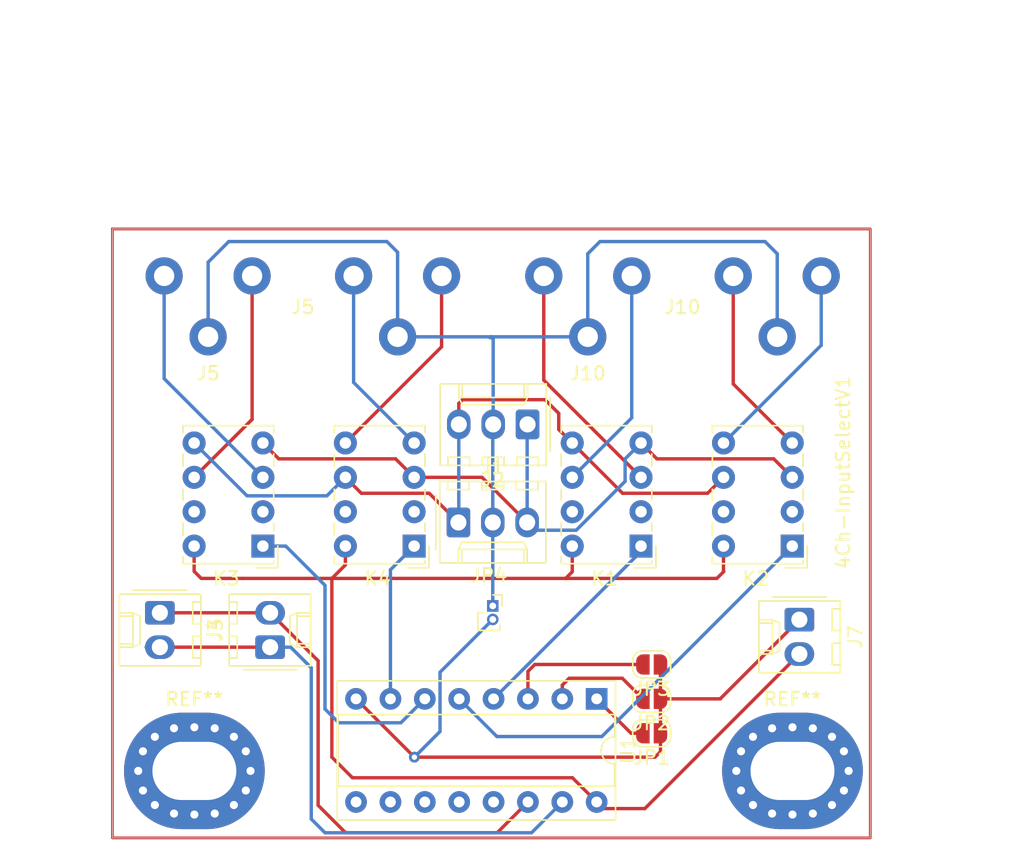
<source format=kicad_pcb>
(kicad_pcb (version 20211014) (generator pcbnew)
  (layers (0 "F.Cu" signal) (31 "B.Cu" signal) (34 "B.Paste" user) (35 "F.Paste" user) (36 "B.SilkS" user "B.Silkscreen") (37 "F.SilkS" user "F.Silkscreen") (38 "B.Mask" user) (39 "F.Mask" user) (44 "Edge.Cuts" user))
  (net 0 "")
  (net 1 "Net-(J3-Pad1)")
  (net 2 "Net-(J3-Pad2)")
  (net 3 "Net-(J1-Pad1)")
  (net 4 "GND")
  (net 5 "VDD")
  (net 6 "Net-(JP1-Pad2)")
  (net 7 "Net-(JP2-Pad2)")
  (net 8 "Net-(JP3-Pad2)")
  (net 9 "Net-(K1-Pad1)")
  (net 11 "Net-(J1-Pad3)")
  (net 13 "Net-(K2-Pad1)")
  (net 16 "Net-(K3-Pad1)")
  (net 19 "Net-(K4-Pad1)")
  (net 27 "GND1")
  (net 28 "Net-(J10-Pad1)")
  (net 29 "Net-(J5-Pad1)")
  (net 30 "Net-(J5-Pad2)")
  (net 31 "Net-(J5-Pad4)")
  (net 32 "Net-(J5-Pad5)")
  (net 33 "Net-(J10-Pad2)")
  (net 34 "Net-(J10-Pad4)")
  (net 35 "Net-(J10-Pad5)")
  (footprint "Connector_Molex:Molex_KK-254_AE-6410-02A_1x02_P2.54mm_Vertical" (layer "F.Cu") (at 64.506 118.364 -90)
    (fp_text reference "J3" (at 1.27 -4.12 90) (layer "F.SilkS"))
    (fp_text value "I2C")
    (fp_line (start 2.29 2.99) (end 2.29 1.99) (layer "F.SilkS") (width 0.12))
    (fp_line (start 1.74 -2.43) (end 3.34 -2.43) (layer "F.SilkS") (width 0.12))
    (fp_line (start 1.74 -3.03) (end 1.74 -2.43) (layer "F.SilkS") (width 0.12))
    (fp_line (start 2.54 1.99) (end 2.54 2.99) (layer "F.SilkS") (width 0.12))
    (fp_line (start -0.8 -2.43) (end 0.8 -2.43) (layer "F.SilkS") (width 0.12))
    (fp_line (start 3.92 2.99) (end 3.92 -3.03) (layer "F.SilkS") (width 0.12))
    (fp_line (start 0 1.99) (end 0.25 1.46) (layer "F.SilkS") (width 0.12))
    (fp_line (start -1.67 -2) (end -1.67 2) (layer "F.SilkS") (width 0.12))
    (fp_line (start -1.38 -3.03) (end -1.38 2.99) (layer "F.SilkS") (width 0.12))
    (fp_line (start 0 1.99) (end 2.54 1.99) (layer "F.SilkS") (width 0.12))
    (fp_line (start 3.34 -2.43) (end 3.34 -3.03) (layer "F.SilkS") (width 0.12))
    (fp_line (start 0.25 2.99) (end 0.25 1.99) (layer "F.SilkS") (width 0.12))
    (fp_line (start -1.38 2.99) (end 3.92 2.99) (layer "F.SilkS") (width 0.12))
    (fp_line (start 3.92 -3.03) (end -1.38 -3.03) (layer "F.SilkS") (width 0.12))
    (fp_line (start -0.8 -3.03) (end -0.8 -2.43) (layer "F.SilkS") (width 0.12))
    (fp_line (start 0.25 1.46) (end 2.29 1.46) (layer "F.SilkS") (width 0.12))
    (fp_line (start 2.29 1.46) (end 2.54 1.99) (layer "F.SilkS") (width 0.12))
    (fp_line (start 0.8 -2.43) (end 0.8 -3.03) (layer "F.SilkS") (width 0.12))
    (fp_line (start 0 2.99) (end 0 1.99) (layer "F.SilkS") (width 0.12))
    (pad "1" thru_hole roundrect (at 0 0 270) (size 1.74 2.19) (drill 1.19) (layers *.Cu *.Mask) (roundrect_rratio 0.143678) (net 1 "Net-(J3-Pad1)"))
    (pad "2" thru_hole oval (at 2.54 0 270) (size 1.74 2.19) (drill 1.19) (layers *.Cu *.Mask) (net 2 "Net-(J3-Pad2)"))
  )
  (footprint "Relay_THT:Relay_DPDT_Omron_G6K-2P" (layer "F.Cu") (at 111.2345 113.4355 180)
    (fp_text reference "K2" (at 2.7 -2.4) (layer "F.SilkS"))
    (fp_text value "G6K-2")
    (fp_line (start 5.9 -1.3) (end 5.9 -0.8) (layer "F.SilkS") (width 0.12))
    (fp_line (start -0.8 1.7) (end -0.8 1.1) (layer "F.SilkS") (width 0.12))
    (fp_line (start -0.8 -1.3) (end 5.9 -1.3) (layer "F.SilkS") (width 0.12))
    (fp_line (start -0.8 -1.3) (end -0.8 -1.1) (layer "F.SilkS") (width 0.12))
    (fp_line (start -0.8 6.8) (end -0.8 5.9) (layer "F.SilkS") (width 0.12))
    (fp_line (start -0.8 8.9) (end -0.8 8.4) (layer "F.SilkS") (width 0.12))
    (fp_line (start -0.8 4.2) (end -0.8 3.4) (layer "F.SilkS") (width 0.12))
    (fp_line (start 5.9 5.9) (end 5.9 6.8) (layer "F.SilkS") (width 0.12))
    (fp_line (start -1.1 -1.6) (end 0.5 -1.6) (layer "F.SilkS") (width 0.12))
    (fp_line (start 5.9 0.8) (end 5.9 1.7) (layer "F.SilkS") (width 0.12))
    (fp_line (start 5.9 8.9) (end -0.8 8.9) (layer "F.SilkS") (width 0.12))
    (fp_line (start -1.1 0) (end -1.1 -1.6) (layer "F.SilkS") (width 0.12))
    (fp_line (start 5.9 3.4) (end 5.9 4.2) (layer "F.SilkS") (width 0.12))
    (fp_line (start 5.9 8.4) (end 5.9 8.9) (layer "F.SilkS") (width 0.12))
    (pad "1" thru_hole rect (at 0 0 180) (size 1.7 1.7) (drill 0.85) (layers *.Cu *.Mask) (net 13 "Net-(K2-Pad1)"))
    (pad "2" thru_hole circle (at 0 2.54 180) (size 1.7 1.7) (drill 0.85) (layers *.Cu *.Mask))
    (pad "3" thru_hole circle (at 0 5.08 180) (size 1.7 1.7) (drill 0.85) (layers *.Cu *.Mask) (net 11 "Net-(J1-Pad3)"))
    (pad "4" thru_hole circle (at 0 7.62 180) (size 1.7 1.7) (drill 0.85) (layers *.Cu *.Mask) (net 35 "Net-(J10-Pad5)"))
    (pad "5" thru_hole circle (at 5.08 7.62 180) (size 1.7 1.7) (drill 0.85) (layers *.Cu *.Mask) (net 34 "Net-(J10-Pad4)"))
    (pad "6" thru_hole circle (at 5.08 5.08 180) (size 1.7 1.7) (drill 0.85) (layers *.Cu *.Mask) (net 3 "Net-(J1-Pad1)"))
    (pad "7" thru_hole circle (at 5.08 2.54 180) (size 1.7 1.7) (drill 0.85) (layers *.Cu *.Mask))
    (pad "8" thru_hole circle (at 5.08 0 180) (size 1.7 1.7) (drill 0.85) (layers *.Cu *.Mask) (net 5 "VDD"))
  )
  (footprint "Package_DIP:DIP-16_W7.62mm_Socket" (layer "F.Cu") (at 96.784 124.724 -90)
    (fp_text reference "U1" (at 3.81 -2.33 90) (layer "F.SilkS"))
    (fp_text value "PCF8574")
    (fp_line (start 8.95 -1.39) (end -1.33 -1.39) (layer "F.SilkS") (width 0.12))
    (fp_line (start -1.33 -1.39) (end -1.33 19.17) (layer "F.SilkS") (width 0.12))
    (fp_line (start 8.95 19.17) (end 8.95 -1.39) (layer "F.SilkS") (width 0.12))
    (fp_line (start 6.46 -1.33) (end 4.81 -1.33) (layer "F.SilkS") (width 0.12))
    (fp_line (start 1.16 -1.33) (end 1.16 19.11) (layer "F.SilkS") (width 0.12))
    (fp_line (start 1.16 19.11) (end 6.46 19.11) (layer "F.SilkS") (width 0.12))
    (fp_line (start 2.81 -1.33) (end 1.16 -1.33) (layer "F.SilkS") (width 0.12))
    (fp_line (start -1.33 19.17) (end 8.95 19.17) (layer "F.SilkS") (width 0.12))
    (fp_line (start 6.46 19.11) (end 6.46 -1.33) (layer "F.SilkS") (width 0.12))
    (fp_arc (start 4.81 -1.33) (mid 3.81 -0.33) (end 2.81 -1.33) (layer "F.SilkS") (width 0.12))
    (pad "1" thru_hole rect (at 0 0 270) (size 1.6 1.6) (drill 0.8) (layers *.Cu *.Mask) (net 6 "Net-(JP1-Pad2)"))
    (pad "2" thru_hole oval (at 0 2.54 270) (size 1.6 1.6) (drill 0.8) (layers *.Cu *.Mask) (net 7 "Net-(JP2-Pad2)"))
    (pad "3" thru_hole oval (at 0 5.08 270) (size 1.6 1.6) (drill 0.8) (layers *.Cu *.Mask) (net 8 "Net-(JP3-Pad2)"))
    (pad "4" thru_hole oval (at 0 7.62 270) (size 1.6 1.6) (drill 0.8) (layers *.Cu *.Mask) (net 9 "Net-(K1-Pad1)"))
    (pad "5" thru_hole oval (at 0 10.16 270) (size 1.6 1.6) (drill 0.8) (layers *.Cu *.Mask) (net 13 "Net-(K2-Pad1)"))
    (pad "6" thru_hole oval (at 0 12.7 270) (size 1.6 1.6) (drill 0.8) (layers *.Cu *.Mask) (net 16 "Net-(K3-Pad1)"))
    (pad "7" thru_hole oval (at 0 15.24 270) (size 1.6 1.6) (drill 0.8) (layers *.Cu *.Mask) (net 19 "Net-(K4-Pad1)"))
    (pad "8" thru_hole oval (at 0 17.78 270) (size 1.6 1.6) (drill 0.8) (layers *.Cu *.Mask) (net 4 "GND"))
    (pad "9" thru_hole oval (at 7.62 17.78 270) (size 1.6 1.6) (drill 0.8) (layers *.Cu *.Mask))
    (pad "10" thru_hole oval (at 7.62 15.24 270) (size 1.6 1.6) (drill 0.8) (layers *.Cu *.Mask))
    (pad "11" thru_hole oval (at 7.62 12.7 270) (size 1.6 1.6) (drill 0.8) (layers *.Cu *.Mask))
    (pad "12" thru_hole oval (at 7.62 10.16 270) (size 1.6 1.6) (drill 0.8) (layers *.Cu *.Mask))
    (pad "13" thru_hole oval (at 7.62 7.62 270) (size 1.6 1.6) (drill 0.8) (layers *.Cu *.Mask))
    (pad "14" thru_hole oval (at 7.62 5.08 270) (size 1.6 1.6) (drill 0.8) (layers *.Cu *.Mask) (net 1 "Net-(J3-Pad1)"))
    (pad "15" thru_hole oval (at 7.62 2.54 270) (size 1.6 1.6) (drill 0.8) (layers *.Cu *.Mask) (net 2 "Net-(J3-Pad2)"))
    (pad "16" thru_hole oval (at 7.62 0 270) (size 1.6 1.6) (drill 0.8) (layers *.Cu *.Mask) (net 5 "VDD"))
  )
  (footprint "Jumper:SolderJumper-2_P1.3mm_Open_RoundedPad1.0x1.5mm" (layer "F.Cu") (at 100.848 124.724 180)
    (fp_text reference "JP2" (at 0 -1.8) (layer "F.SilkS"))
    (fp_text value "A1")
    (fp_line (start -1.4 0.3) (end -1.4 -0.3) (layer "F.SilkS") (width 0.12))
    (fp_line (start 0.7 1) (end -0.7 1) (layer "F.SilkS") (width 0.12))
    (fp_line (start 1.4 -0.3) (end 1.4 0.3) (layer "F.SilkS") (width 0.12))
    (fp_line (start -0.7 -1) (end 0.7 -1) (layer "F.SilkS") (width 0.12))
    (fp_arc (start 0.7 -1) (mid 1.194975 -0.794975) (end 1.4 -0.3) (layer "F.SilkS") (width 0.12))
    (fp_arc (start -0.7 1) (mid -1.194975 0.794975) (end -1.4 0.3) (layer "F.SilkS") (width 0.12))
    (fp_arc (start 1.4 0.3) (mid 1.194975 0.794975) (end 0.7 1) (layer "F.SilkS") (width 0.12))
    (fp_arc (start -1.4 -0.3) (mid -1.194975 -0.794975) (end -0.7 -1) (layer "F.SilkS") (width 0.12))
    (pad "1" smd custom (at -0.65 0 180) (size 1 0.5) (layers "F.Cu" "F.Mask") (net 4 "GND") (options (clearance outline) (anchor rect)) (primitives (gr_circle (center 0 0.25) (end 0.5 0.25) (width 0) (fill yes)) (gr_circle (center 0 -0.25) (end 0.5 -0.25) (width 0) (fill yes)) (gr_poly (pts (xy 0.5 0.75) (xy 0 0.75) (xy 0 -0.75) (xy 0.5 -0.75)) (width 0) (fill yes))))
    (pad "2" smd custom (at 0.65 0 180) (size 1 0.5) (layers "F.Cu" "F.Mask") (net 7 "Net-(JP2-Pad2)") (options (clearance outline) (anchor rect)) (primitives (gr_circle (center 0 0.25) (end 0.5 0.25) (width 0) (fill yes)) (gr_circle (center 0 -0.25) (end 0.5 -0.25) (width 0) (fill yes)) (gr_poly (pts (xy 0 0.75) (xy -0.5 0.75) (xy -0.5 -0.75) (xy 0 -0.75)) (width 0) (fill yes))))
  )
  (footprint "Relay_THT:Relay_DPDT_Omron_G6K-2P" (layer "F.Cu") (at 100.0585 113.4355 180)
    (fp_text reference "K1" (at 2.7 -2.4) (layer "F.SilkS"))
    (fp_text value "G6K-2")
    (fp_line (start -0.8 6.8) (end -0.8 5.9) (layer "F.SilkS") (width 0.12))
    (fp_line (start 5.9 5.9) (end 5.9 6.8) (layer "F.SilkS") (width 0.12))
    (fp_line (start -1.1 -1.6) (end 0.5 -1.6) (layer "F.SilkS") (width 0.12))
    (fp_line (start -0.8 4.2) (end -0.8 3.4) (layer "F.SilkS") (width 0.12))
    (fp_line (start -0.8 8.9) (end -0.8 8.4) (layer "F.SilkS") (width 0.12))
    (fp_line (start 5.9 -1.3) (end 5.9 -0.8) (layer "F.SilkS") (width 0.12))
    (fp_line (start 5.9 8.9) (end -0.8 8.9) (layer "F.SilkS") (width 0.12))
    (fp_line (start -0.8 -1.3) (end -0.8 -1.1) (layer "F.SilkS") (width 0.12))
    (fp_line (start 5.9 8.4) (end 5.9 8.9) (layer "F.SilkS") (width 0.12))
    (fp_line (start -0.8 -1.3) (end 5.9 -1.3) (layer "F.SilkS") (width 0.12))
    (fp_line (start 5.9 0.8) (end 5.9 1.7) (layer "F.SilkS") (width 0.12))
    (fp_line (start -0.8 1.7) (end -0.8 1.1) (layer "F.SilkS") (width 0.12))
    (fp_line (start -1.1 0) (end -1.1 -1.6) (layer "F.SilkS") (width 0.12))
    (fp_line (start 5.9 3.4) (end 5.9 4.2) (layer "F.SilkS") (width 0.12))
    (pad "1" thru_hole rect (at 0 0 180) (size 1.7 1.7) (drill 0.85) (layers *.Cu *.Mask) (net 9 "Net-(K1-Pad1)"))
    (pad "2" thru_hole circle (at 0 2.54 180) (size 1.7 1.7) (drill 0.85) (layers *.Cu *.Mask))
    (pad "3" thru_hole circle (at 0 5.08 180) (size 1.7 1.7) (drill 0.85) (layers *.Cu *.Mask) (net 33 "Net-(J10-Pad2)"))
    (pad "4" thru_hole circle (at 0 7.62 180) (size 1.7 1.7) (drill 0.85) (layers *.Cu *.Mask) (net 11 "Net-(J1-Pad3)"))
    (pad "5" thru_hole circle (at 5.08 7.62 180) (size 1.7 1.7) (drill 0.85) (layers *.Cu *.Mask) (net 3 "Net-(J1-Pad1)"))
    (pad "6" thru_hole circle (at 5.08 5.08 180) (size 1.7 1.7) (drill 0.85) (layers *.Cu *.Mask) (net 28 "Net-(J10-Pad1)"))
    (pad "7" thru_hole circle (at 5.08 2.54 180) (size 1.7 1.7) (drill 0.85) (layers *.Cu *.Mask))
    (pad "8" thru_hole circle (at 5.08 0 180) (size 1.7 1.7) (drill 0.85) (layers *.Cu *.Mask) (net 5 "VDD"))
  )
  (footprint "Jumper:SolderJumper-2_P1.3mm_Open_RoundedPad1.0x1.5mm" (layer "F.Cu") (at 100.848 127.264 180)
    (fp_text reference "JP1" (at 0 -1.8) (layer "F.SilkS"))
    (fp_text value "A0")
    (fp_line (start -1.4 0.3) (end -1.4 -0.3) (layer "F.SilkS") (width 0.12))
    (fp_line (start 0.7 1) (end -0.7 1) (layer "F.SilkS") (width 0.12))
    (fp_line (start 1.4 -0.3) (end 1.4 0.3) (layer "F.SilkS") (width 0.12))
    (fp_line (start -0.7 -1) (end 0.7 -1) (layer "F.SilkS") (width 0.12))
    (fp_arc (start 1.4 0.3) (mid 1.194975 0.794975) (end 0.7 1) (layer "F.SilkS") (width 0.12))
    (fp_arc (start -0.7 1) (mid -1.194975 0.794975) (end -1.4 0.3) (layer "F.SilkS") (width 0.12))
    (fp_arc (start 0.7 -1) (mid 1.194975 -0.794975) (end 1.4 -0.3) (layer "F.SilkS") (width 0.12))
    (fp_arc (start -1.4 -0.3) (mid -1.194975 -0.794975) (end -0.7 -1) (layer "F.SilkS") (width 0.12))
    (pad "1" smd custom (at -0.65 0 180) (size 1 0.5) (layers "F.Cu" "F.Mask") (net 4 "GND") (options (clearance outline) (anchor rect)) (primitives (gr_circle (center 0 0.25) (end 0.5 0.25) (width 0) (fill yes)) (gr_circle (center 0 -0.25) (end 0.5 -0.25) (width 0) (fill yes)) (gr_poly (pts (xy 0.5 0.75) (xy 0 0.75) (xy 0 -0.75) (xy 0.5 -0.75)) (width 0) (fill yes))))
    (pad "2" smd custom (at 0.65 0 180) (size 1 0.5) (layers "F.Cu" "F.Mask") (net 6 "Net-(JP1-Pad2)") (options (clearance outline) (anchor rect)) (primitives (gr_circle (center 0 0.25) (end 0.5 0.25) (width 0) (fill yes)) (gr_circle (center 0 -0.25) (end 0.5 -0.25) (width 0) (fill yes)) (gr_poly (pts (xy 0 0.75) (xy -0.5 0.75) (xy -0.5 -0.75) (xy 0 -0.75)) (width 0) (fill yes))))
  )
  (footprint "Cinch-Sockets:cinch_2X2_Vertical" (layer "F.Cu") (at 68.072 93.472)
    (fp_text reference "J5" (at 0 7.2 unlocked) (layer "F.SilkS"))
    (fp_text value "Input 1/2")
    (fp_text user "${REFERENCE}" (at 7 2.3 unlocked) (layer "F.SilkS"))
    (pad "1" thru_hole circle (at 3.25 0) (size 2.75 2.75) (drill 1.5) (layers *.Cu *.Mask) (net 29 "Net-(J5-Pad1)"))
    (pad "2" thru_hole circle (at -3.25 0) (size 2.75 2.75) (drill 1.5) (layers *.Cu *.Mask) (net 30 "Net-(J5-Pad2)"))
    (pad "3" thru_hole circle (at 0 4.5) (size 2.75 2.75) (drill 1.5) (layers *.Cu *.Mask) (net 27 "GND1"))
    (pad "4" thru_hole circle (at 17.25 0) (size 2.75 2.75) (drill 1.5) (layers *.Cu *.Mask) (net 31 "Net-(J5-Pad4)"))
    (pad "5" thru_hole circle (at 10.75 0) (size 2.75 2.75) (drill 1.5) (layers *.Cu *.Mask) (net 32 "Net-(J5-Pad5)"))
    (pad "6" thru_hole circle (at 14 4.5) (size 2.75 2.75) (drill 1.5) (layers *.Cu *.Mask) (net 27 "GND1"))
  )
  (footprint "Cinch-Sockets:cinch_2X2_Vertical" (layer "F.Cu") (at 96.124 93.472)
    (fp_text reference "J10" (at 0 7.2 unlocked) (layer "F.SilkS"))
    (fp_text value "Input 1/2")
    (fp_text user "${REFERENCE}" (at 7 2.3 unlocked) (layer "F.SilkS"))
    (pad "1" thru_hole circle (at 3.25 0) (size 2.75 2.75) (drill 1.5) (layers *.Cu *.Mask) (net 28 "Net-(J10-Pad1)"))
    (pad "2" thru_hole circle (at -3.25 0) (size 2.75 2.75) (drill 1.5) (layers *.Cu *.Mask) (net 33 "Net-(J10-Pad2)"))
    (pad "3" thru_hole circle (at 0 4.5) (size 2.75 2.75) (drill 1.5) (layers *.Cu *.Mask) (net 27 "GND1"))
    (pad "4" thru_hole circle (at 17.25 0) (size 2.75 2.75) (drill 1.5) (layers *.Cu *.Mask) (net 34 "Net-(J10-Pad4)"))
    (pad "5" thru_hole circle (at 10.75 0) (size 2.75 2.75) (drill 1.5) (layers *.Cu *.Mask) (net 35 "Net-(J10-Pad5)"))
    (pad "6" thru_hole circle (at 14 4.5) (size 2.75 2.75) (drill 1.5) (layers *.Cu *.Mask) (net 27 "GND1"))
  )
  (footprint "Relay_THT:Relay_DPDT_Omron_G6K-2P" (layer "F.Cu") (at 83.2945 113.4355 180)
    (fp_text reference "K4" (at 2.7 -2.4) (layer "F.SilkS"))
    (fp_text value "G6K-2")
    (fp_line (start -0.8 4.2) (end -0.8 3.4) (layer "F.SilkS") (width 0.12))
    (fp_line (start 5.9 3.4) (end 5.9 4.2) (layer "F.SilkS") (width 0.12))
    (fp_line (start -0.8 6.8) (end -0.8 5.9) (layer "F.SilkS") (width 0.12))
    (fp_line (start -0.8 -1.3) (end -0.8 -1.1) (layer "F.SilkS") (width 0.12))
    (fp_line (start 5.9 -1.3) (end 5.9 -0.8) (layer "F.SilkS") (width 0.12))
    (fp_line (start -0.8 8.9) (end -0.8 8.4) (layer "F.SilkS") (width 0.12))
    (fp_line (start 5.9 0.8) (end 5.9 1.7) (layer "F.SilkS") (width 0.12))
    (fp_line (start -0.8 -1.3) (end 5.9 -1.3) (layer "F.SilkS") (width 0.12))
    (fp_line (start 5.9 5.9) (end 5.9 6.8) (layer "F.SilkS") (width 0.12))
    (fp_line (start 5.9 8.9) (end -0.8 8.9) (layer "F.SilkS") (width 0.12))
    (fp_line (start -1.1 -1.6) (end 0.5 -1.6) (layer "F.SilkS") (width 0.12))
    (fp_line (start -0.8 1.7) (end -0.8 1.1) (layer "F.SilkS") (width 0.12))
    (fp_line (start -1.1 0) (end -1.1 -1.6) (layer "F.SilkS") (width 0.12))
    (fp_line (start 5.9 8.4) (end 5.9 8.9) (layer "F.SilkS") (width 0.12))
    (pad "1" thru_hole rect (at 0 0 180) (size 1.7 1.7) (drill 0.85) (layers *.Cu *.Mask) (net 19 "Net-(K4-Pad1)"))
    (pad "2" thru_hole circle (at 0 2.54 180) (size 1.7 1.7) (drill 0.85) (layers *.Cu *.Mask))
    (pad "3" thru_hole circle (at 0 5.08 180) (size 1.7 1.7) (drill 0.85) (layers *.Cu *.Mask) (net 11 "Net-(J1-Pad3)"))
    (pad "4" thru_hole circle (at 0 7.62 180) (size 1.7 1.7) (drill 0.85) (layers *.Cu *.Mask) (net 32 "Net-(J5-Pad5)"))
    (pad "5" thru_hole circle (at 5.08 7.62 180) (size 1.7 1.7) (drill 0.85) (layers *.Cu *.Mask) (net 31 "Net-(J5-Pad4)"))
    (pad "6" thru_hole circle (at 5.08 5.08 180) (size 1.7 1.7) (drill 0.85) (layers *.Cu *.Mask) (net 3 "Net-(J1-Pad1)"))
    (pad "7" thru_hole circle (at 5.08 2.54 180) (size 1.7 1.7) (drill 0.85) (layers *.Cu *.Mask))
    (pad "8" thru_hole circle (at 5.08 0 180) (size 1.7 1.7) (drill 0.85) (layers *.Cu *.Mask) (net 5 "VDD"))
  )
  (footprint "Connector_Molex:Molex_KK-254_AE-6410-02A_1x02_P2.54mm_Vertical" (layer "F.Cu") (at 72.654 120.904 90)
    (fp_text reference "J4" (at 1.27 -4.12 90) (layer "F.SilkS"))
    (fp_text value "I2C")
    (fp_line (start 3.92 -3.03) (end -1.38 -3.03) (layer "F.SilkS") (width 0.12))
    (fp_line (start 1.74 -3.03) (end 1.74 -2.43) (layer "F.SilkS") (width 0.12))
    (fp_line (start -0.8 -2.43) (end 0.8 -2.43) (layer "F.SilkS") (width 0.12))
    (fp_line (start 3.34 -2.43) (end 3.34 -3.03) (layer "F.SilkS") (width 0.12))
    (fp_line (start -1.38 -3.03) (end -1.38 2.99) (layer "F.SilkS") (width 0.12))
    (fp_line (start 0.25 2.99) (end 0.25 1.99) (layer "F.SilkS") (width 0.12))
    (fp_line (start 0 2.99) (end 0 1.99) (layer "F.SilkS") (width 0.12))
    (fp_line (start 0.25 1.46) (end 2.29 1.46) (layer "F.SilkS") (width 0.12))
    (fp_line (start 2.29 2.99) (end 2.29 1.99) (layer "F.SilkS") (width 0.12))
    (fp_line (start 0 1.99) (end 0.25 1.46) (layer "F.SilkS") (width 0.12))
    (fp_line (start -1.67 -2) (end -1.67 2) (layer "F.SilkS") (width 0.12))
    (fp_line (start 0 1.99) (end 2.54 1.99) (layer "F.SilkS") (width 0.12))
    (fp_line (start 2.54 1.99) (end 2.54 2.99) (layer "F.SilkS") (width 0.12))
    (fp_line (start 1.74 -2.43) (end 3.34 -2.43) (layer "F.SilkS") (width 0.12))
    (fp_line (start 2.29 1.46) (end 2.54 1.99) (layer "F.SilkS") (width 0.12))
    (fp_line (start 0.8 -2.43) (end 0.8 -3.03) (layer "F.SilkS") (width 0.12))
    (fp_line (start -1.38 2.99) (end 3.92 2.99) (layer "F.SilkS") (width 0.12))
    (fp_line (start -0.8 -3.03) (end -0.8 -2.43) (layer "F.SilkS") (width 0.12))
    (fp_line (start 3.92 2.99) (end 3.92 -3.03) (layer "F.SilkS") (width 0.12))
    (pad "1" thru_hole roundrect (at 0 0 90) (size 1.74 2.19) (drill 1.19) (layers *.Cu *.Mask) (roundrect_rratio 0.143678) (net 2 "Net-(J3-Pad2)"))
    (pad "2" thru_hole oval (at 2.54 0 90) (size 1.74 2.19) (drill 1.19) (layers *.Cu *.Mask) (net 1 "Net-(J3-Pad1)"))
  )
  (footprint "Connector_Molex:Molex_KK-254_AE-6410-03A_1x03_P2.54mm_Vertical" (layer "F.Cu") (at 91.67532 104.442309 180)
    (fp_text reference "J2" (at 2.54 -4.12) (layer "F.SilkS"))
    (fp_text value "AudioOut")
    (fp_line (start 6.46 2.99) (end 6.46 -3.03) (layer "F.SilkS") (width 0.12))
    (fp_line (start 0 1.99) (end 5.08 1.99) (layer "F.SilkS") (width 0.12))
    (fp_line (start -1.38 2.99) (end 6.46 2.99) (layer "F.SilkS") (width 0.12))
    (fp_line (start 0.8 -2.43) (end 0.8 -3.03) (layer "F.SilkS") (width 0.12))
    (fp_line (start -0.8 -3.03) (end -0.8 -2.43) (layer "F.SilkS") (width 0.12))
    (fp_line (start 1.74 -2.43) (end 3.34 -2.43) (layer "F.SilkS") (width 0.12))
    (fp_line (start 1.74 -3.03) (end 1.74 -2.43) (layer "F.SilkS") (width 0.12))
    (fp_line (start 4.83 1.46) (end 5.08 1.99) (layer "F.SilkS") (width 0.12))
    (fp_line (start 4.28 -2.43) (end 5.88 -2.43) (layer "F.SilkS") (width 0.12))
    (fp_line (start 0.25 2.99) (end 0.25 1.99) (layer "F.SilkS") (width 0.12))
    (fp_line (start 3.34 -2.43) (end 3.34 -3.03) (layer "F.SilkS") (width 0.12))
    (fp_line (start 0 1.99) (end 0.25 1.46) (layer "F.SilkS") (width 0.12))
    (fp_line (start 5.08 1.99) (end 5.08 2.99) (layer "F.SilkS") (width 0.12))
    (fp_line (start -1.38 -3.03) (end -1.38 2.99) (layer "F.SilkS") (width 0.12))
    (fp_line (start 0 2.99) (end 0 1.99) (layer "F.SilkS") (width 0.12))
    (fp_line (start 5.88 -2.43) (end 5.88 -3.03) (layer "F.SilkS") (width 0.12))
    (fp_line (start 6.46 -3.03) (end -1.38 -3.03) (layer "F.SilkS") (width 0.12))
    (fp_line (start 0.25 1.46) (end 4.83 1.46) (layer "F.SilkS") (width 0.12))
    (fp_line (start -0.8 -2.43) (end 0.8 -2.43) (layer "F.SilkS") (width 0.12))
    (fp_line (start 4.28 -3.03) (end 4.28 -2.43) (layer "F.SilkS") (width 0.12))
    (fp_line (start -1.67 -2) (end -1.67 2) (layer "F.SilkS") (width 0.12))
    (fp_line (start 4.83 2.99) (end 4.83 1.99) (layer "F.SilkS") (width 0.12))
    (pad "1" thru_hole roundrect (at 0 0 180) (size 1.74 2.19) (drill 1.19) (layers *.Cu *.Mask) (roundrect_rratio 0.143678) (net 11 "Net-(J1-Pad3)"))
    (pad "2" thru_hole oval (at 2.54 0 180) (size 1.74 2.19) (drill 1.19) (layers *.Cu *.Mask) (net 27 "GND1"))
    (pad "3" thru_hole oval (at 5.08 0 180) (size 1.74 2.19) (drill 1.19) (layers *.Cu *.Mask) (net 3 "Net-(J1-Pad1)"))
  )
  (footprint "Connector_PinSocket_1.00mm:PinSocket_1x02_P1.00mm_Vertical" (layer "F.Cu") (at 89.10569 117.856)
    (fp_text reference "JP4" (at -0.29 -2.25) (layer "F.SilkS"))
    (fp_text value "Audio to Control GND")
    (fp_line (start -1.1 0.5) (end -0.685 0.5) (layer "F.SilkS") (width 0.12))
    (fp_line (start 0.52 1.445898) (end 0.52 1.81) (layer "F.SilkS") (width 0.12))
    (fp_line (start -1.1 1.81) (end 0.52 1.81) (layer "F.SilkS") (width 0.12))
    (fp_line (start 0.685 -0.81) (end 0.685 0) (layer "F.SilkS") (width 0.12))
    (fp_line (start 0 -0.81) (end 0.685 -0.81) (layer "F.SilkS") (width 0.12))
    (fp_line (start -1.1 0.5) (end -1.1 1.81) (layer "F.SilkS") (width 0.12))
    (pad "1" thru_hole rect (at 0 0) (size 0.85 0.85) (drill 0.5) (layers *.Cu *.Mask) (net 27 "GND1"))
    (pad "2" thru_hole oval (at 0 1) (size 0.85 0.85) (drill 0.5) (layers *.Cu *.Mask) (net 4 "GND"))
  )
  (footprint "Relay_THT:Relay_DPDT_Omron_G6K-2P" (layer "F.Cu") (at 72.1185 113.4355 180)
    (fp_text reference "K3" (at 2.7 -2.4) (layer "F.SilkS"))
    (fp_text value "G6K-2")
    (fp_line (start 5.9 8.9) (end -0.8 8.9) (layer "F.SilkS") (width 0.12))
    (fp_line (start -0.8 1.7) (end -0.8 1.1) (layer "F.SilkS") (width 0.12))
    (fp_line (start 5.9 5.9) (end 5.9 6.8) (layer "F.SilkS") (width 0.12))
    (fp_line (start -1.1 -1.6) (end 0.5 -1.6) (layer "F.SilkS") (width 0.12))
    (fp_line (start -0.8 6.8) (end -0.8 5.9) (layer "F.SilkS") (width 0.12))
    (fp_line (start -0.8 4.2) (end -0.8 3.4) (layer "F.SilkS") (width 0.12))
    (fp_line (start 5.9 -1.3) (end 5.9 -0.8) (layer "F.SilkS") (width 0.12))
    (fp_line (start -0.8 8.9) (end -0.8 8.4) (layer "F.SilkS") (width 0.12))
    (fp_line (start -0.8 -1.3) (end 5.9 -1.3) (layer "F.SilkS") (width 0.12))
    (fp_line (start -0.8 -1.3) (end -0.8 -1.1) (layer "F.SilkS") (width 0.12))
    (fp_line (start 5.9 0.8) (end 5.9 1.7) (layer "F.SilkS") (width 0.12))
    (fp_line (start -1.1 0) (end -1.1 -1.6) (layer "F.SilkS") (width 0.12))
    (fp_line (start 5.9 3.4) (end 5.9 4.2) (layer "F.SilkS") (width 0.12))
    (fp_line (start 5.9 8.4) (end 5.9 8.9) (layer "F.SilkS") (width 0.12))
    (pad "1" thru_hole rect (at 0 0 180) (size 1.7 1.7) (drill 0.85) (layers *.Cu *.Mask) (net 16 "Net-(K3-Pad1)"))
    (pad "2" thru_hole circle (at 0 2.54 180) (size 1.7 1.7) (drill 0.85) (layers *.Cu *.Mask))
    (pad "3" thru_hole circle (at 0 5.08 180) (size 1.7 1.7) (drill 0.85) (layers *.Cu *.Mask) (net 30 "Net-(J5-Pad2)"))
    (pad "4" thru_hole circle (at 0 7.62 180) (size 1.7 1.7) (drill 0.85) (layers *.Cu *.Mask) (net 11 "Net-(J1-Pad3)"))
    (pad "5" thru_hole circle (at 5.08 7.62 180) (size 1.7 1.7) (drill 0.85) (layers *.Cu *.Mask) (net 3 "Net-(J1-Pad1)"))
    (pad "6" thru_hole circle (at 5.08 5.08 180) (size 1.7 1.7) (drill 0.85) (layers *.Cu *.Mask) (net 29 "Net-(J5-Pad1)"))
    (pad "7" thru_hole circle (at 5.08 2.54 180) (size 1.7 1.7) (drill 0.85) (layers *.Cu *.Mask))
    (pad "8" thru_hole circle (at 5.08 0 180) (size 1.7 1.7) (drill 0.85) (layers *.Cu *.Mask) (net 5 "VDD"))
  )
  (footprint "MountingHole:MountingHole_4.3x6.2mm_M4_Pad_Via" (layer "F.Cu") (at 111.252 130.048)
    (fp_text reference "REF**" (at 0 -5.3) (layer "F.SilkS"))
    (fp_text value "MountingHole_4.3x6.2mm_M4_Pad_Via")
    (pad "1" thru_hole circle (at 0 3.225) (size 0.9 0.9) (drill 0.6) (layers *.Cu *.Mask))
    (pad "1" thru_hole circle (at 3.801 1.45) (size 0.9 0.9) (drill 0.6) (layers *.Cu *.Mask))
    (pad "1" thru_hole circle (at -2.92 -2.521) (size 0.9 0.9) (drill 0.6) (layers *.Cu *.Mask))
    (pad "1" thru_hole circle (at 2.92 2.521) (size 0.9 0.9) (drill 0.6) (layers *.Cu *.Mask))
    (pad "1" thru_hole circle (at 1.505 3.151) (size 0.9 0.9) (drill 0.6) (layers *.Cu *.Mask))
    (pad "1" thru_hole circle (at 1.505 -3.151) (size 0.9 0.9) (drill 0.6) (layers *.Cu *.Mask))
    (pad "1" thru_hole circle (at -1.505 3.151) (size 0.9 0.9) (drill 0.6) (layers *.Cu *.Mask))
    (pad "1" thru_hole circle (at 2.92 -2.521) (size 0.9 0.9) (drill 0.6) (layers *.Cu *.Mask))
    (pad "1" thru_hole circle (at -4.15 0) (size 0.9 0.9) (drill 0.6) (layers *.Cu *.Mask))
    (pad "1" thru_hole circle (at -3.801 1.45) (size 0.9 0.9) (drill 0.6) (layers *.Cu *.Mask))
    (pad "1" thru_hole circle (at 3.801 -1.45) (size 0.9 0.9) (drill 0.6) (layers *.Cu *.Mask))
    (pad "1" thru_hole circle (at 4.15 0) (size 0.9 0.9) (drill 0.6) (layers *.Cu *.Mask))
    (pad "1" thru_hole circle (at -3.801 -1.45) (size 0.9 0.9) (drill 0.6) (layers *.Cu *.Mask))
    (pad "1" thru_hole circle (at 0 -3.225) (size 0.9 0.9) (drill 0.6) (layers *.Cu *.Mask))
    (pad "1" thru_hole circle (at -1.505 -3.151) (size 0.9 0.9) (drill 0.6) (layers *.Cu *.Mask))
    (pad "1" thru_hole oval (at 0 0) (size 10.4 8.6) (drill oval 6.2 4.3) (layers *.Cu *.Mask))
    (pad "1" thru_hole circle (at -2.92 2.521) (size 0.9 0.9) (drill 0.6) (layers *.Cu *.Mask))
  )
  (footprint "MountingHole:MountingHole_4.3x6.2mm_M4_Pad_Via" (layer "F.Cu") (at 67.056 130.048)
    (fp_text reference "REF**" (at 0 -5.3) (layer "F.SilkS"))
    (fp_text value "MountingHole_4.3x6.2mm_M4_Pad_Via")
    (pad "1" thru_hole circle (at 3.801 -1.45) (size 0.9 0.9) (drill 0.6) (layers *.Cu *.Mask))
    (pad "1" thru_hole circle (at -2.92 2.521) (size 0.9 0.9) (drill 0.6) (layers *.Cu *.Mask))
    (pad "1" thru_hole circle (at 1.505 -3.151) (size 0.9 0.9) (drill 0.6) (layers *.Cu *.Mask))
    (pad "1" thru_hole circle (at -1.505 -3.151) (size 0.9 0.9) (drill 0.6) (layers *.Cu *.Mask))
    (pad "1" thru_hole circle (at 0 -3.225) (size 0.9 0.9) (drill 0.6) (layers *.Cu *.Mask))
    (pad "1" thru_hole circle (at 1.505 3.151) (size 0.9 0.9) (drill 0.6) (layers *.Cu *.Mask))
    (pad "1" thru_hole circle (at 4.15 0) (size 0.9 0.9) (drill 0.6) (layers *.Cu *.Mask))
    (pad "1" thru_hole circle (at -1.505 3.151) (size 0.9 0.9) (drill 0.6) (layers *.Cu *.Mask))
    (pad "1" thru_hole circle (at -3.801 -1.45) (size 0.9 0.9) (drill 0.6) (layers *.Cu *.Mask))
    (pad "1" thru_hole oval (at 0 0) (size 10.4 8.6) (drill oval 6.2 4.3) (layers *.Cu *.Mask))
    (pad "1" thru_hole circle (at -3.801 1.45) (size 0.9 0.9) (drill 0.6) (layers *.Cu *.Mask))
    (pad "1" thru_hole circle (at 2.92 -2.521) (size 0.9 0.9) (drill 0.6) (layers *.Cu *.Mask))
    (pad "1" thru_hole circle (at -4.15 0) (size 0.9 0.9) (drill 0.6) (layers *.Cu *.Mask))
    (pad "1" thru_hole circle (at 2.92 2.521) (size 0.9 0.9) (drill 0.6) (layers *.Cu *.Mask))
    (pad "1" thru_hole circle (at 0 3.225) (size 0.9 0.9) (drill 0.6) (layers *.Cu *.Mask))
    (pad "1" thru_hole circle (at 3.801 1.45) (size 0.9 0.9) (drill 0.6) (layers *.Cu *.Mask))
    (pad "1" thru_hole circle (at -2.92 -2.521) (size 0.9 0.9) (drill 0.6) (layers *.Cu *.Mask))
  )
  (footprint "Jumper:SolderJumper-2_P1.3mm_Open_RoundedPad1.0x1.5mm" (layer "F.Cu") (at 100.848 122.184 180)
    (fp_text reference "JP3" (at 0 -1.8) (layer "F.SilkS"))
    (fp_text value "A2")
    (fp_line (start 1.4 -0.3) (end 1.4 0.3) (layer "F.SilkS") (width 0.12))
    (fp_line (start 0.7 1) (end -0.7 1) (layer "F.SilkS") (width 0.12))
    (fp_line (start -0.7 -1) (end 0.7 -1) (layer "F.SilkS") (width 0.12))
    (fp_line (start -1.4 0.3) (end -1.4 -0.3) (layer "F.SilkS") (width 0.12))
    (fp_arc (start 1.4 0.3) (mid 1.194975 0.794975) (end 0.7 1) (layer "F.SilkS") (width 0.12))
    (fp_arc (start 0.7 -1) (mid 1.194975 -0.794975) (end 1.4 -0.3) (layer "F.SilkS") (width 0.12))
    (fp_arc (start -1.4 -0.3) (mid -1.194975 -0.794975) (end -0.7 -1) (layer "F.SilkS") (width 0.12))
    (fp_arc (start -0.7 1) (mid -1.194975 0.794975) (end -1.4 0.3) (layer "F.SilkS") (width 0.12))
    (pad "1" smd custom (at -0.65 0 180) (size 1 0.5) (layers "F.Cu" "F.Mask") (net 4 "GND") (options (clearance outline) (anchor rect)) (primitives (gr_circle (center 0 0.25) (end 0.5 0.25) (width 0) (fill yes)) (gr_circle (center 0 -0.25) (end 0.5 -0.25) (width 0) (fill yes)) (gr_poly (pts (xy 0.5 0.75) (xy 0 0.75) (xy 0 -0.75) (xy 0.5 -0.75)) (width 0) (fill yes))))
    (pad "2" smd custom (at 0.65 0 180) (size 1 0.5) (layers "F.Cu" "F.Mask") (net 8 "Net-(JP3-Pad2)") (options (clearance outline) (anchor rect)) (primitives (gr_circle (center 0 0.25) (end 0.5 0.25) (width 0) (fill yes)) (gr_circle (center 0 -0.25) (end 0.5 -0.25) (width 0) (fill yes)) (gr_poly (pts (xy 0 0.75) (xy -0.5 0.75) (xy -0.5 -0.75) (xy 0 -0.75)) (width 0) (fill yes))))
  )
  (footprint "Connector_Molex:Molex_KK-254_AE-6410-03A_1x03_P2.54mm_Vertical" (layer "F.Cu") (at 86.56569 111.690005)
    (fp_text reference "J1" (at 2.54 -4.12) (layer "F.SilkS"))
    (fp_text value "AudioOut")
    (fp_line (start 0.25 1.46) (end 4.83 1.46) (layer "F.SilkS") (width 0.12))
    (fp_line (start 4.83 2.99) (end 4.83 1.99) (layer "F.SilkS") (width 0.12))
    (fp_line (start 6.46 2.99) (end 6.46 -3.03) (layer "F.SilkS") (width 0.12))
    (fp_line (start 6.46 -3.03) (end -1.38 -3.03) (layer "F.SilkS") (width 0.12))
    (fp_line (start 0 1.99) (end 0.25 1.46) (layer "F.SilkS") (width 0.12))
    (fp_line (start 5.08 1.99) (end 5.08 2.99) (layer "F.SilkS") (width 0.12))
    (fp_line (start 4.28 -3.03) (end 4.28 -2.43) (layer "F.SilkS") (width 0.12))
    (fp_line (start 3.34 -2.43) (end 3.34 -3.03) (layer "F.SilkS") (width 0.12))
    (fp_line (start -1.38 -3.03) (end -1.38 2.99) (layer "F.SilkS") (width 0.12))
    (fp_line (start 0 1.99) (end 5.08 1.99) (layer "F.SilkS") (width 0.12))
    (fp_line (start 4.83 1.46) (end 5.08 1.99) (layer "F.SilkS") (width 0.12))
    (fp_line (start 0 2.99) (end 0 1.99) (layer "F.SilkS") (width 0.12))
    (fp_line (start -1.38 2.99) (end 6.46 2.99) (layer "F.SilkS") (width 0.12))
    (fp_line (start 4.28 -2.43) (end 5.88 -2.43) (layer "F.SilkS") (width 0.12))
    (fp_line (start 0.8 -2.43) (end 0.8 -3.03) (layer "F.SilkS") (width 0.12))
    (fp_line (start -0.8 -3.03) (end -0.8 -2.43) (layer "F.SilkS") (width 0.12))
    (fp_line (start -0.8 -2.43) (end 0.8 -2.43) (layer "F.SilkS") (width 0.12))
    (fp_line (start 1.74 -3.03) (end 1.74 -2.43) (layer "F.SilkS") (width 0.12))
    (fp_line (start 0.25 2.99) (end 0.25 1.99) (layer "F.SilkS") (width 0.12))
    (fp_line (start 5.88 -2.43) (end 5.88 -3.03) (layer "F.SilkS") (width 0.12))
    (fp_line (start 1.74 -2.43) (end 3.34 -2.43) (layer "F.SilkS") (width 0.12))
    (fp_line (start -1.67 -2) (end -1.67 2) (layer "F.SilkS") (width 0.12))
    (pad "1" thru_hole roundrect (at 0 0) (size 1.74 2.19) (drill 1.19) (layers *.Cu *.Mask) (roundrect_rratio 0.143678) (net 3 "Net-(J1-Pad1)"))
    (pad "2" thru_hole oval (at 2.54 0) (size 1.74 2.19) (drill 1.19) (layers *.Cu *.Mask) (net 27 "GND1"))
    (pad "3" thru_hole oval (at 5.08 0) (size 1.74 2.19) (drill 1.19) (layers *.Cu *.Mask) (net 11 "Net-(J1-Pad3)"))
  )
  (footprint "Connector_Molex:Molex_KK-254_AE-6410-02A_1x02_P2.54mm_Vertical" (layer "F.Cu") (at 111.76 118.872 -90)
    (fp_text reference "J7" (at 1.27 -4.12 90) (layer "F.SilkS"))
    (fp_text value "VDD 5v")
    (fp_line (start -0.8 -2.43) (end 0.8 -2.43) (layer "F.SilkS") (width 0.12))
    (fp_line (start -1.38 -3.03) (end -1.38 2.99) (layer "F.SilkS") (width 0.12))
    (fp_line (start 1.74 -2.43) (end 3.34 -2.43) (layer "F.SilkS") (width 0.12))
    (fp_line (start 2.54 1.99) (end 2.54 2.99) (layer "F.SilkS") (width 0.12))
    (fp_line (start 0 1.99) (end 2.54 1.99) (layer "F.SilkS") (width 0.12))
    (fp_line (start -0.8 -3.03) (end -0.8 -2.43) (layer "F.SilkS") (width 0.12))
    (fp_line (start 0.25 2.99) (end 0.25 1.99) (layer "F.SilkS") (width 0.12))
    (fp_line (start 2.29 2.99) (end 2.29 1.99) (layer "F.SilkS") (width 0.12))
    (fp_line (start 1.74 -3.03) (end 1.74 -2.43) (layer "F.SilkS") (width 0.12))
    (fp_line (start 2.29 1.46) (end 2.54 1.99) (layer "F.SilkS") (width 0.12))
    (fp_line (start -1.38 2.99) (end 3.92 2.99) (layer "F.SilkS") (width 0.12))
    (fp_line (start 0 1.99) (end 0.25 1.46) (layer "F.SilkS") (width 0.12))
    (fp_line (start 3.92 -3.03) (end -1.38 -3.03) (layer "F.SilkS") (width 0.12))
    (fp_line (start 3.92 2.99) (end 3.92 -3.03) (layer "F.SilkS") (width 0.12))
    (fp_line (start 0.8 -2.43) (end 0.8 -3.03) (layer "F.SilkS") (width 0.12))
    (fp_line (start 3.34 -2.43) (end 3.34 -3.03) (layer "F.SilkS") (width 0.12))
    (fp_line (start -1.67 -2) (end -1.67 2) (layer "F.SilkS") (width 0.12))
    (fp_line (start 0 2.99) (end 0 1.99) (layer "F.SilkS") (width 0.12))
    (fp_line (start 0.25 1.46) (end 2.29 1.46) (layer "F.SilkS") (width 0.12))
    (pad "1" thru_hole roundrect (at 0 0 270) (size 1.74 2.19) (drill 1.19) (layers *.Cu *.Mask) (roundrect_rratio 0.143678) (net 4 "GND"))
    (pad "2" thru_hole oval (at 2.54 0 270) (size 1.74 2.19) (drill 1.19) (layers *.Cu *.Mask) (net 5 "VDD"))
  )
  (gr_rect (start 61 90) (end 117 135) (layer "F.Cu") (width 0.2) (fill none))
  (gr_rect (start 61 90) (end 117 135) (layer "Edge.Cuts") (width 0.05) (fill none))
  (gr_text "4Ch-InputSelectV1" (at 115 108 90) (layer "F.SilkS") (effects (font (size 1 1))))
  (segment (start 76.2 132.588) (end 78.18748 134.57548) (width 0.25) (layer "F.Cu") (net 1))
  (segment (start 91.704 132.344) (end 89.428 134.62) (width 0.25) (layer "F.Cu") (net 1))
  (segment (start 76.2 121.91) (end 72.654 118.364) (width 0.25) (layer "F.Cu") (net 1))
  (segment (start 76.2 132.588) (end 76.2 121.91) (width 0.25) (layer "F.Cu") (net 1))
  (segment (start 78.18748 134.57548) (end 78.232 134.57548) (width 0.25) (layer "F.Cu") (net 1))
  (segment (start 89.428 134.62) (end 78.222 134.62) (width 0.25) (layer "F.Cu") (net 1))
  (segment (start 72.654 118.364) (end 64.506 118.364) (width 0.25) (layer "F.Cu") (net 1))
  (segment (start 73.162 121.412) (end 72.654 120.904) (width 0.25) (layer "F.Cu") (net 2))
  (segment (start 72.654 120.904) (end 64.506 120.904) (width 0.25) (layer "F.Cu") (net 2))
  (segment (start 74.168 120.904) (end 72.654 120.904) (width 0.25) (layer "B.Cu") (net 2))
  (segment (start 94.244 132.344) (end 91.968 134.62) (width 0.25) (layer "B.Cu") (net 2))
  (segment (start 76.708 134.62) (end 75.692 133.604) (width 0.25) (layer "B.Cu") (net 2))
  (segment (start 91.968 134.62) (end 76.708 134.62) (width 0.25) (layer "B.Cu") (net 2))
  (segment (start 75.692 122.428) (end 74.168 120.904) (width 0.25) (layer "B.Cu") (net 2))
  (segment (start 75.692 133.604) (end 75.692 122.428) (width 0.25) (layer "B.Cu") (net 2))
  (segment (start 64.506 120.904) (end 63.49 120.904) (width 0.25) (layer "B.Cu") (net 2))
  (segment (start 104.979989 109.530011) (end 106.1545 108.3555) (width 0.25) (layer "F.Cu") (net 3))
  (segment (start 84.405696 109.530011) (end 86.56569 111.690005) (width 0.25) (layer "F.Cu") (net 3))
  (segment (start 78.2145 108.3555) (end 79.389011 109.530011) (width 0.25) (layer "F.Cu") (net 3))
  (segment (start 86.59532 102.88868) (end 86.868 102.616) (width 0.25) (layer "F.Cu") (net 3))
  (segment (start 93.98 104.817) (end 94.9785 105.8155) (width 0.25) (layer "F.Cu") (net 3))
  (segment (start 86.868 102.616) (end 92.964 102.616) (width 0.25) (layer "F.Cu") (net 3))
  (segment (start 98.693011 109.530011) (end 104.979989 109.530011) (width 0.25) (layer "F.Cu") (net 3))
  (segment (start 79.389011 109.530011) (end 84.405696 109.530011) (width 0.25) (layer "F.Cu") (net 3))
  (segment (start 93.98 103.632) (end 93.98 104.817) (width 0.25) (layer "F.Cu") (net 3))
  (segment (start 94.9785 105.8155) (end 98.693011 109.530011) (width 0.25) (layer "F.Cu") (net 3))
  (segment (start 86.59532 104.442309) (end 86.59532 102.88868) (width 0.25) (layer "F.Cu") (net 3))
  (segment (start 92.964 102.616) (end 93.98 103.632) (width 0.25) (layer "F.Cu") (net 3))
  (segment (start 86.59532 111.660375) (end 86.59532 104.442309) (width 0.25) (layer "B.Cu") (net 3))
  (segment (start 67.0385 105.8155) (end 70.943989 109.720989) (width 0.25) (layer "B.Cu") (net 3))
  (segment (start 76.849011 109.720989) (end 78.2145 108.3555) (width 0.25) (layer "B.Cu") (net 3))
  (segment (start 70.943989 109.720989) (end 76.849011 109.720989) (width 0.25) (layer "B.Cu") (net 3))
  (segment (start 86.56569 111.690005) (end 86.59532 111.660375) (width 0.25) (layer "B.Cu") (net 3))
  (segment (start 101.092 129.032) (end 101.498 128.626) (width 0.25) (layer "F.Cu") (net 4))
  (segment (start 101.498 124.724) (end 101.498 127.264) (width 0.25) (layer "F.Cu") (net 4))
  (segment (start 101.498 128.626) (end 101.498 127.264) (width 0.25) (layer "F.Cu") (net 4))
  (segment (start 83.312 129.032) (end 101.092 129.032) (width 0.25) (layer "F.Cu") (net 4))
  (segment (start 105.928 124.704) (end 105.928 124.724) (width 0.25) (layer "F.Cu") (net 4))
  (segment (start 83.312 129.032) (end 79.004 124.724) (width 0.25) (layer "F.Cu") (net 4))
  (segment (start 101.498 122.184) (end 101.498 124.724) (width 0.25) (layer "F.Cu") (net 4))
  (segment (start 111.76 118.872) (end 105.928 124.704) (width 0.25) (layer "F.Cu") (net 4))
  (segment (start 105.928 124.724) (end 101.498 124.724) (width 0.25) (layer "F.Cu") (net 4))
  (via (at 83.312 129.032) (size 0.8) (drill 0.4) (layers "F.Cu" "B.Cu") (net 4))
  (segment (start 89.10569 118.856) (end 85.208511 122.753179) (width 0.25) (layer "B.Cu") (net 4))
  (segment (start 85.208511 122.753179) (end 85.208511 127.135489) (width 0.25) (layer "B.Cu") (net 4))
  (segment (start 85.208511 127.135489) (end 83.312 129.032) (width 0.25) (layer "B.Cu") (net 4))
  (segment (start 77.216 115.824) (end 94.488 115.824) (width 0.25) (layer "F.Cu") (net 5))
  (segment (start 96.784 132.344) (end 94.996 130.556) (width 0.25) (layer "F.Cu") (net 5))
  (segment (start 111.76 121.412) (end 100.34 132.832) (width 0.25) (layer "F.Cu") (net 5))
  (segment (start 106.1545 113.4355) (end 106.1545 115.2985) (width 0.25) (layer "F.Cu") (net 5))
  (segment (start 70.612 115.824) (end 77.216 115.824) (width 0.25) (layer "F.Cu") (net 5))
  (segment (start 94.9785 113.4355) (end 94.9785 115.3335) (width 0.25) (layer "F.Cu") (net 5))
  (segment (start 94.488 115.824) (end 105.664 115.824) (width 0.25) (layer "F.Cu") (net 5))
  (segment (start 67.0385 115.2985) (end 67.564 115.824) (width 0.25) (layer "F.Cu") (net 5))
  (segment (start 106.1545 115.2985) (end 106.172 115.316) (width 0.25) (layer "F.Cu") (net 5))
  (segment (start 94.9785 115.3335) (end 94.488 115.824) (width 0.25) (layer "F.Cu") (net 5))
  (segment (start 78.2145 114.8255) (end 77.216 115.824) (width 0.25) (layer "F.Cu") (net 5))
  (segment (start 78.74 130.556) (end 77.216 129.032) (width 0.25) (layer "F.Cu") (net 5))
  (segment (start 100.34 132.832) (end 97.272 132.832) (width 0.25) (layer "F.Cu") (net 5))
  (segment (start 94.996 130.556) (end 78.74 130.556) (width 0.25) (layer "F.Cu") (net 5))
  (segment (start 67.564 115.824) (end 70.612 115.824) (width 0.25) (layer "F.Cu") (net 5))
  (segment (start 67.0385 113.4355) (end 67.0385 115.2985) (width 0.25) (layer "F.Cu") (net 5))
  (segment (start 105.664 115.824) (end 106.172 115.316) (width 0.25) (layer "F.Cu") (net 5))
  (segment (start 77.216 115.824) (end 77.216 129.032) (width 0.25) (layer "F.Cu") (net 5))
  (segment (start 97.272 132.832) (end 96.784 132.344) (width 0.25) (layer "F.Cu") (net 5))
  (segment (start 78.2145 113.4355) (end 78.2145 114.8255) (width 0.25) (layer "F.Cu") (net 5))
  (segment (start 99.324 127.264) (end 100.198 127.264) (width 0.25) (layer "F.Cu") (net 6))
  (segment (start 96.784 124.724) (end 99.324 127.264) (width 0.25) (layer "F.Cu") (net 6))
  (segment (start 94.244 124.724) (end 94.244 123.708) (width 0.25) (layer "F.Cu") (net 7))
  (segment (start 94.244 123.708) (end 94.752 123.2) (width 0.25) (layer "F.Cu") (net 7))
  (segment (start 98.674 123.2) (end 100.198 124.724) (width 0.25) (layer "F.Cu") (net 7))
  (segment (start 94.752 123.2) (end 98.674 123.2) (width 0.25) (layer "F.Cu") (net 7))
  (segment (start 91.704 122.692) (end 91.704 124.724) (width 0.25) (layer "F.Cu") (net 8))
  (segment (start 100.198 122.184) (end 92.212 122.184) (width 0.25) (layer "F.Cu") (net 8))
  (segment (start 92.212 122.184) (end 91.704 122.692) (width 0.25) (layer "F.Cu") (net 8))
  (segment (start 100.0585 113.8295) (end 100.0585 113.4355) (width 0.25) (layer "B.Cu") (net 9))
  (segment (start 89.164 124.724) (end 100.0585 113.8295) (width 0.25) (layer "B.Cu") (net 9))
  (segment (start 81.929011 106.990011) (end 83.2945 108.3555) (width 0.25) (layer "F.Cu") (net 11))
  (segment (start 73.293011 106.990011) (end 81.929011 106.990011) (width 0.25) (layer "F.Cu") (net 11))
  (segment (start 83.2945 108.3555) (end 88.311185 108.3555) (width 0.25) (layer "F.Cu") (net 11))
  (segment (start 72.1185 105.8155) (end 73.293011 106.990011) (width 0.25) (layer "F.Cu") (net 11))
  (segment (start 88.311185 108.3555) (end 91.64569 111.690005) (width 0.25) (layer "F.Cu") (net 11))
  (segment (start 101.233011 106.990011) (end 109.869011 106.990011) (width 0.25) (layer "F.Cu") (net 11))
  (segment (start 109.869011 106.990011) (end 111.2345 108.3555) (width 0.25) (layer "F.Cu") (net 11))
  (segment (start 100.0585 105.8155) (end 101.233011 106.990011) (width 0.25) (layer "F.Cu") (net 11))
  (segment (start 98.883989 108.651021) (end 95.274021 112.260989) (width 0.25) (layer "B.Cu") (net 11))
  (segment (start 92.216674 112.260989) (end 91.64569 111.690005) (width 0.25) (layer "B.Cu") (net 11))
  (segment (start 100.0585 105.8155) (end 98.883989 106.990011) (width 0.25) (layer "B.Cu") (net 11))
  (segment (start 98.883989 106.990011) (end 98.883989 108.651021) (width 0.25) (layer "B.Cu") (net 11))
  (segment (start 91.64569 104.471939) (end 91.67532 104.442309) (width 0.25) (layer "B.Cu") (net 11))
  (segment (start 95.274021 112.260989) (end 92.216674 112.260989) (width 0.25) (layer "B.Cu") (net 11))
  (segment (start 91.64569 111.690005) (end 91.64569 104.471939) (width 0.25) (layer "B.Cu") (net 11))
  (segment (start 86.624 124.724) (end 89.408 127.508) (width 0.25) (layer "B.Cu") (net 13))
  (segment (start 89.408 127.508) (end 97.162 127.508) (width 0.25) (layer "B.Cu") (net 13))
  (segment (start 97.162 127.508) (end 111.2345 113.4355) (width 0.25) (layer "B.Cu") (net 13))
  (segment (start 76.708 125.476) (end 77.724 126.492) (width 0.25) (layer "B.Cu") (net 16))
  (segment (start 73.8115 113.4355) (end 76.708 116.332) (width 0.25) (layer "B.Cu") (net 16))
  (segment (start 82.316 126.492) (end 84.084 124.724) (width 0.25) (layer "B.Cu") (net 16))
  (segment (start 72.1185 113.4355) (end 73.8115 113.4355) (width 0.25) (layer "B.Cu") (net 16))
  (segment (start 76.708 116.332) (end 76.708 125.476) (width 0.25) (layer "B.Cu") (net 16))
  (segment (start 77.724 126.492) (end 82.316 126.492) (width 0.25) (layer "B.Cu") (net 16))
  (segment (start 81.544 115.186) (end 83.2945 113.4355) (width 0.25) (layer "B.Cu") (net 19))
  (segment (start 81.544 124.724) (end 81.544 115.186) (width 0.25) (layer "B.Cu") (net 19))
  (segment (start 88.972 97.972) (end 82.072 97.972) (width 0.25) (layer "B.Cu") (net 27))
  (segment (start 96.124 91.836) (end 97.028 90.932) (width 0.25) (layer "B.Cu") (net 27))
  (segment (start 81.28 90.932) (end 82.072 91.724) (width 0.25) (layer "B.Cu") (net 27))
  (segment (start 69.596 90.932) (end 81.28 90.932) (width 0.25) (layer "B.Cu") (net 27))
  (segment (start 89.13532 104.442309) (end 89.13532 98.13532) (width 0.25) (layer "B.Cu") (net 27))
  (segment (start 89.10569 111.690005) (end 89.10569 104.471939) (width 0.25) (layer "B.Cu") (net 27))
  (segment (start 89.13532 98.13532) (end 88.972 97.972) (width 0.25) (layer "B.Cu") (net 27))
  (segment (start 109.22 90.932) (end 110.124 91.836) (width 0.25) (layer "B.Cu") (net 27))
  (segment (start 88.9 98.044) (end 88.972 97.972) (width 0.25) (layer "B.Cu") (net 27))
  (segment (start 96.124 97.972) (end 96.124 91.836) (width 0.25) (layer "B.Cu") (net 27))
  (segment (start 89.10569 104.471939) (end 89.13532 104.442309) (width 0.25) (layer "B.Cu") (net 27))
  (segment (start 68.072 92.456) (end 69.596 90.932) (width 0.25) (layer "B.Cu") (net 27))
  (segment (start 97.028 90.932) (end 109.22 90.932) (width 0.25) (layer "B.Cu") (net 27))
  (segment (start 96.124 97.972) (end 88.972 97.972) (width 0.25) (layer "B.Cu") (net 27))
  (segment (start 82.072 91.724) (end 82.072 97.972) (width 0.25) (layer "B.Cu") (net 27))
  (segment (start 68.072 97.972) (end 68.072 92.456) (width 0.25) (layer "B.Cu") (net 27))
  (segment (start 89.10569 111.690005) (end 89.10569 117.856) (width 0.25) (layer "B.Cu") (net 27))
  (segment (start 110.124 91.836) (end 110.124 97.972) (width 0.25) (layer "B.Cu") (net 27))
  (segment (start 99.374 103.96) (end 99.374 93.472) (width 0.25) (layer "B.Cu") (net 28))
  (segment (start 94.9785 108.3555) (end 99.374 103.96) (width 0.25) (layer "B.Cu") (net 28))
  (segment (start 71.322 104.072) (end 71.322 93.472) (width 0.25) (layer "F.Cu") (net 29))
  (segment (start 67.0385 108.3555) (end 71.322 104.072) (width 0.25) (layer "F.Cu") (net 29))
  (segment (start 72.1185 108.3555) (end 64.822 101.059) (width 0.25) (layer "B.Cu") (net 30))
  (segment (start 64.822 101.059) (end 64.822 93.472) (width 0.25) (layer "B.Cu") (net 30))
  (segment (start 85.322 98.708) (end 85.322 93.472) (width 0.25) (layer "F.Cu") (net 31))
  (segment (start 78.2145 105.8155) (end 85.322 98.708) (width 0.25) (layer "F.Cu") (net 31))
  (segment (start 84.168527 93.472) (end 85.322 93.472) (width 0.25) (layer "F.Cu") (net 31))
  (segment (start 78.822 101.343) (end 78.822 93.472) (width 0.25) (layer "B.Cu") (net 32))
  (segment (start 83.2945 105.8155) (end 78.822 101.343) (width 0.25) (layer "B.Cu") (net 32))
  (segment (start 100.0585 108.3555) (end 92.874 101.171) (width 0.25) (layer "F.Cu") (net 33))
  (segment (start 92.874 101.171) (end 92.874 93.472) (width 0.25) (layer "F.Cu") (net 33))
  (segment (start 113.374 98.596) (end 113.374 93.472) (width 0.25) (layer "B.Cu") (net 34))
  (segment (start 106.1545 105.8155) (end 113.374 98.596) (width 0.25) (layer "B.Cu") (net 34))
  (segment (start 106.874 101.455) (end 106.874 93.472) (width 0.25) (layer "F.Cu") (net 35))
  (segment (start 111.2345 105.8155) (end 106.874 101.455) (width 0.25) (layer "F.Cu") (net 35))
)
</source>
